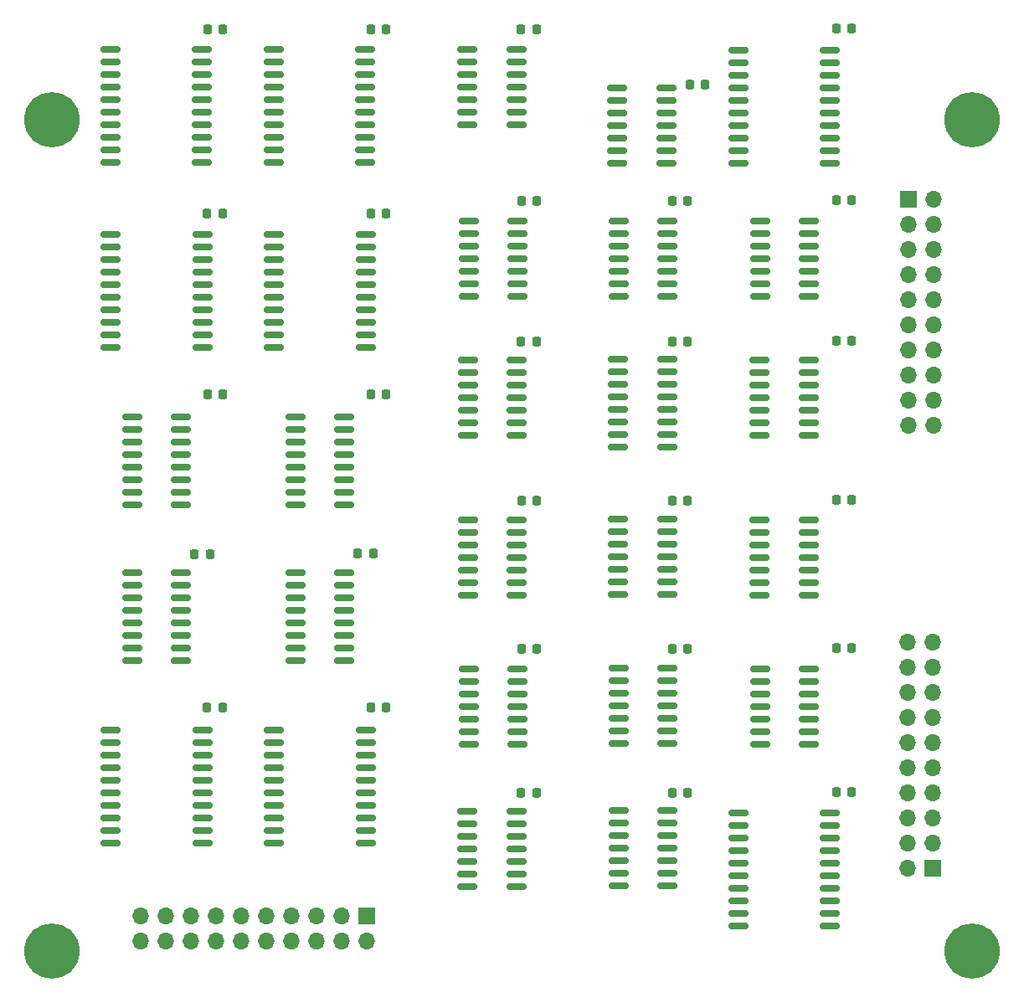
<source format=gbr>
G04 #@! TF.GenerationSoftware,KiCad,Pcbnew,(6.0.5)*
G04 #@! TF.CreationDate,2022-08-31T18:01:14+02:00*
G04 #@! TF.ProjectId,B1,42312e6b-6963-4616-945f-706362585858,rev?*
G04 #@! TF.SameCoordinates,Original*
G04 #@! TF.FileFunction,Soldermask,Top*
G04 #@! TF.FilePolarity,Negative*
%FSLAX46Y46*%
G04 Gerber Fmt 4.6, Leading zero omitted, Abs format (unit mm)*
G04 Created by KiCad (PCBNEW (6.0.5)) date 2022-08-31 18:01:14*
%MOMM*%
%LPD*%
G01*
G04 APERTURE LIST*
G04 Aperture macros list*
%AMRoundRect*
0 Rectangle with rounded corners*
0 $1 Rounding radius*
0 $2 $3 $4 $5 $6 $7 $8 $9 X,Y pos of 4 corners*
0 Add a 4 corners polygon primitive as box body*
4,1,4,$2,$3,$4,$5,$6,$7,$8,$9,$2,$3,0*
0 Add four circle primitives for the rounded corners*
1,1,$1+$1,$2,$3*
1,1,$1+$1,$4,$5*
1,1,$1+$1,$6,$7*
1,1,$1+$1,$8,$9*
0 Add four rect primitives between the rounded corners*
20,1,$1+$1,$2,$3,$4,$5,0*
20,1,$1+$1,$4,$5,$6,$7,0*
20,1,$1+$1,$6,$7,$8,$9,0*
20,1,$1+$1,$8,$9,$2,$3,0*%
G04 Aperture macros list end*
%ADD10RoundRect,0.225000X-0.225000X-0.250000X0.225000X-0.250000X0.225000X0.250000X-0.225000X0.250000X0*%
%ADD11RoundRect,0.150000X-0.825000X-0.150000X0.825000X-0.150000X0.825000X0.150000X-0.825000X0.150000X0*%
%ADD12RoundRect,0.150000X-0.875000X-0.150000X0.875000X-0.150000X0.875000X0.150000X-0.875000X0.150000X0*%
%ADD13C,5.600000*%
%ADD14R,1.700000X1.700000*%
%ADD15O,1.700000X1.700000*%
G04 APERTURE END LIST*
D10*
X150837600Y-79349600D03*
X152387600Y-79349600D03*
X135623000Y-66421000D03*
X137173000Y-66421000D03*
X182689200Y-124968000D03*
X184239200Y-124968000D03*
X150825200Y-47828200D03*
X152375200Y-47828200D03*
D11*
X160651420Y-81150600D03*
X160651420Y-82420600D03*
X160651420Y-83690600D03*
X160651420Y-84960600D03*
X160651420Y-86230600D03*
X160651420Y-87500600D03*
X160651420Y-88770600D03*
X160651420Y-90040600D03*
X165601420Y-90040600D03*
X165601420Y-88770600D03*
X165601420Y-87500600D03*
X165601420Y-86230600D03*
X165601420Y-84960600D03*
X165601420Y-83690600D03*
X165601420Y-82420600D03*
X165601420Y-81150600D03*
D10*
X135648400Y-47828200D03*
X137198400Y-47828200D03*
D11*
X111511411Y-87009200D03*
X111511411Y-88279200D03*
X111511411Y-89549200D03*
X111511411Y-90819200D03*
X111511411Y-92089200D03*
X111511411Y-93359200D03*
X111511411Y-94629200D03*
X111511411Y-95899200D03*
X116461411Y-95899200D03*
X116461411Y-94629200D03*
X116461411Y-93359200D03*
X116461411Y-92089200D03*
X116461411Y-90819200D03*
X116461411Y-89549200D03*
X116461411Y-88279200D03*
X116461411Y-87009200D03*
D10*
X166128400Y-110464600D03*
X167678400Y-110464600D03*
X135648400Y-84709000D03*
X137198400Y-84709000D03*
D12*
X125846411Y-68536700D03*
X125846411Y-69806700D03*
X125846411Y-71076700D03*
X125846411Y-72346700D03*
X125846411Y-73616700D03*
X125846411Y-74886700D03*
X125846411Y-76156700D03*
X125846411Y-77426700D03*
X125846411Y-78696700D03*
X125846411Y-79966700D03*
X135146411Y-79966700D03*
X135146411Y-78696700D03*
X135146411Y-77426700D03*
X135146411Y-76156700D03*
X135146411Y-74886700D03*
X135146411Y-73616700D03*
X135146411Y-72346700D03*
X135146411Y-71076700D03*
X135146411Y-69806700D03*
X135146411Y-68536700D03*
D10*
X119113000Y-47828200D03*
X120663000Y-47828200D03*
D11*
X175011411Y-112473074D03*
X175011411Y-113743074D03*
X175011411Y-115013074D03*
X175011411Y-116283074D03*
X175011411Y-117553074D03*
X175011411Y-118823074D03*
X175011411Y-120093074D03*
X179961411Y-120093074D03*
X179961411Y-118823074D03*
X179961411Y-117553074D03*
X179961411Y-116283074D03*
X179961411Y-115013074D03*
X179961411Y-113743074D03*
X179961411Y-112473074D03*
D13*
X196406802Y-56930538D03*
D12*
X172785611Y-49911000D03*
X172785611Y-51181000D03*
X172785611Y-52451000D03*
X172785611Y-53721000D03*
X172785611Y-54991000D03*
X172785611Y-56261000D03*
X172785611Y-57531000D03*
X172785611Y-58801000D03*
X172785611Y-60071000D03*
X172785611Y-61341000D03*
X182085611Y-61341000D03*
X182085611Y-60071000D03*
X182085611Y-58801000D03*
X182085611Y-57531000D03*
X182085611Y-56261000D03*
X182085611Y-54991000D03*
X182085611Y-53721000D03*
X182085611Y-52451000D03*
X182085611Y-51181000D03*
X182085611Y-49911000D03*
D10*
X182689200Y-110388400D03*
X184239200Y-110388400D03*
X119087600Y-116382800D03*
X120637600Y-116382800D03*
D13*
X103406802Y-56930538D03*
D10*
X150837600Y-125044200D03*
X152387600Y-125044200D03*
X135623000Y-116382800D03*
X137173000Y-116382800D03*
X119087600Y-66421000D03*
X120637600Y-66421000D03*
D11*
X128021411Y-87009200D03*
X128021411Y-88279200D03*
X128021411Y-89549200D03*
X128021411Y-90819200D03*
X128021411Y-92089200D03*
X128021411Y-93359200D03*
X128021411Y-94629200D03*
X128021411Y-95899200D03*
X132971411Y-95899200D03*
X132971411Y-94629200D03*
X132971411Y-93359200D03*
X132971411Y-92089200D03*
X132971411Y-90819200D03*
X132971411Y-89549200D03*
X132971411Y-88279200D03*
X132971411Y-87009200D03*
D10*
X182689200Y-79273400D03*
X184239200Y-79273400D03*
D13*
X196406802Y-141055538D03*
D12*
X125846411Y-118694200D03*
X125846411Y-119964200D03*
X125846411Y-121234200D03*
X125846411Y-122504200D03*
X125846411Y-123774200D03*
X125846411Y-125044200D03*
X125846411Y-126314200D03*
X125846411Y-127584200D03*
X125846411Y-128854200D03*
X125846411Y-130124200D03*
X135146411Y-130124200D03*
X135146411Y-128854200D03*
X135146411Y-127584200D03*
X135146411Y-126314200D03*
X135146411Y-125044200D03*
X135146411Y-123774200D03*
X135146411Y-122504200D03*
X135146411Y-121234200D03*
X135146411Y-119964200D03*
X135146411Y-118694200D03*
D11*
X160567600Y-53721000D03*
X160567600Y-54991000D03*
X160567600Y-56261000D03*
X160567600Y-57531000D03*
X160567600Y-58801000D03*
X160567600Y-60071000D03*
X160567600Y-61341000D03*
X165517600Y-61341000D03*
X165517600Y-60071000D03*
X165517600Y-58801000D03*
X165517600Y-57531000D03*
X165517600Y-56261000D03*
X165517600Y-54991000D03*
X165517600Y-53721000D03*
D14*
X190000000Y-65000000D03*
D15*
X192540000Y-65000000D03*
X190000000Y-67540000D03*
X192540000Y-67540000D03*
X190000000Y-70080000D03*
X192540000Y-70080000D03*
X190000000Y-72620000D03*
X192540000Y-72620000D03*
X190000000Y-75160000D03*
X192540000Y-75160000D03*
X190000000Y-77700000D03*
X192540000Y-77700000D03*
X190000000Y-80240000D03*
X192540000Y-80240000D03*
X190000000Y-82780000D03*
X192540000Y-82780000D03*
X190000000Y-85320000D03*
X192540000Y-85320000D03*
X190000000Y-87860000D03*
X192540000Y-87860000D03*
D10*
X134327600Y-100838000D03*
X135877600Y-100838000D03*
X167881000Y-53416200D03*
X169431000Y-53416200D03*
D11*
X175011411Y-67178179D03*
X175011411Y-68448179D03*
X175011411Y-69718179D03*
X175011411Y-70988179D03*
X175011411Y-72258179D03*
X175011411Y-73528179D03*
X175011411Y-74798179D03*
X179961411Y-74798179D03*
X179961411Y-73528179D03*
X179961411Y-72258179D03*
X179961411Y-70988179D03*
X179961411Y-69718179D03*
X179961411Y-68448179D03*
X179961411Y-67178179D03*
X174960611Y-97434400D03*
X174960611Y-98704400D03*
X174960611Y-99974400D03*
X174960611Y-101244400D03*
X174960611Y-102514400D03*
X174960611Y-103784400D03*
X174960611Y-105054400D03*
X179910611Y-105054400D03*
X179910611Y-103784400D03*
X179910611Y-102514400D03*
X179910611Y-101244400D03*
X179910611Y-99974400D03*
X179910611Y-98704400D03*
X179910611Y-97434400D03*
X145469581Y-81254600D03*
X145469581Y-82524600D03*
X145469581Y-83794600D03*
X145469581Y-85064600D03*
X145469581Y-86334600D03*
X145469581Y-87604600D03*
X145469581Y-88874600D03*
X150419581Y-88874600D03*
X150419581Y-87604600D03*
X150419581Y-86334600D03*
X150419581Y-85064600D03*
X150419581Y-83794600D03*
X150419581Y-82524600D03*
X150419581Y-81254600D03*
D10*
X150850600Y-95504000D03*
X152400600Y-95504000D03*
D11*
X160702220Y-67178179D03*
X160702220Y-68448179D03*
X160702220Y-69718179D03*
X160702220Y-70988179D03*
X160702220Y-72258179D03*
X160702220Y-73528179D03*
X160702220Y-74798179D03*
X165652220Y-74798179D03*
X165652220Y-73528179D03*
X165652220Y-72258179D03*
X165652220Y-70988179D03*
X165652220Y-69718179D03*
X165652220Y-68448179D03*
X165652220Y-67178179D03*
D14*
X192500000Y-132660000D03*
D15*
X189960000Y-132660000D03*
X192500000Y-130120000D03*
X189960000Y-130120000D03*
X192500000Y-127580000D03*
X189960000Y-127580000D03*
X192500000Y-125040000D03*
X189960000Y-125040000D03*
X192500000Y-122500000D03*
X189960000Y-122500000D03*
X192500000Y-119960000D03*
X189960000Y-119960000D03*
X192500000Y-117420000D03*
X189960000Y-117420000D03*
X192500000Y-114880000D03*
X189960000Y-114880000D03*
X192500000Y-112340000D03*
X189960000Y-112340000D03*
X192500000Y-109800000D03*
X189960000Y-109800000D03*
D13*
X103406802Y-141055538D03*
D10*
X182689200Y-95427800D03*
X184239200Y-95427800D03*
D11*
X160702220Y-126822200D03*
X160702220Y-128092200D03*
X160702220Y-129362200D03*
X160702220Y-130632200D03*
X160702220Y-131902200D03*
X160702220Y-133172200D03*
X160702220Y-134442200D03*
X165652220Y-134442200D03*
X165652220Y-133172200D03*
X165652220Y-131902200D03*
X165652220Y-130632200D03*
X165652220Y-129362200D03*
X165652220Y-128092200D03*
X165652220Y-126822200D03*
D10*
X166128400Y-125044200D03*
X167678400Y-125044200D03*
D11*
X145411161Y-49846000D03*
X145411161Y-51116000D03*
X145411161Y-52386000D03*
X145411161Y-53656000D03*
X145411161Y-54926000D03*
X145411161Y-56196000D03*
X145411161Y-57466000D03*
X150361161Y-57466000D03*
X150361161Y-56196000D03*
X150361161Y-54926000D03*
X150361161Y-53656000D03*
X150361161Y-52386000D03*
X150361161Y-51116000D03*
X150361161Y-49846000D03*
X174960611Y-81254600D03*
X174960611Y-82524600D03*
X174960611Y-83794600D03*
X174960611Y-85064600D03*
X174960611Y-86334600D03*
X174960611Y-87604600D03*
X174960611Y-88874600D03*
X179910611Y-88874600D03*
X179910611Y-87604600D03*
X179910611Y-86334600D03*
X179910611Y-85064600D03*
X179910611Y-83794600D03*
X179910611Y-82524600D03*
X179910611Y-81254600D03*
D12*
X172785611Y-127076200D03*
X172785611Y-128346200D03*
X172785611Y-129616200D03*
X172785611Y-130886200D03*
X172785611Y-132156200D03*
X172785611Y-133426200D03*
X172785611Y-134696200D03*
X172785611Y-135966200D03*
X172785611Y-137236200D03*
X172785611Y-138506200D03*
X182085611Y-138506200D03*
X182085611Y-137236200D03*
X182085611Y-135966200D03*
X182085611Y-134696200D03*
X182085611Y-133426200D03*
X182085611Y-132156200D03*
X182085611Y-130886200D03*
X182085611Y-129616200D03*
X182085611Y-128346200D03*
X182085611Y-127076200D03*
X109336411Y-118694200D03*
X109336411Y-119964200D03*
X109336411Y-121234200D03*
X109336411Y-122504200D03*
X109336411Y-123774200D03*
X109336411Y-125044200D03*
X109336411Y-126314200D03*
X109336411Y-127584200D03*
X109336411Y-128854200D03*
X109336411Y-130124200D03*
X118636411Y-130124200D03*
X118636411Y-128854200D03*
X118636411Y-127584200D03*
X118636411Y-126314200D03*
X118636411Y-125044200D03*
X118636411Y-123774200D03*
X118636411Y-122504200D03*
X118636411Y-121234200D03*
X118636411Y-119964200D03*
X118636411Y-118694200D03*
D10*
X117817600Y-100863400D03*
X119367600Y-100863400D03*
D11*
X160651420Y-97345400D03*
X160651420Y-98615400D03*
X160651420Y-99885400D03*
X160651420Y-101155400D03*
X160651420Y-102425400D03*
X160651420Y-103695400D03*
X160651420Y-104965400D03*
X165601420Y-104965400D03*
X165601420Y-103695400D03*
X165601420Y-102425400D03*
X165601420Y-101155400D03*
X165601420Y-99885400D03*
X165601420Y-98615400D03*
X165601420Y-97345400D03*
X145469581Y-97434400D03*
X145469581Y-98704400D03*
X145469581Y-99974400D03*
X145469581Y-101244400D03*
X145469581Y-102514400D03*
X145469581Y-103784400D03*
X145469581Y-105054400D03*
X150419581Y-105054400D03*
X150419581Y-103784400D03*
X150419581Y-102514400D03*
X150419581Y-101244400D03*
X150419581Y-99974400D03*
X150419581Y-98704400D03*
X150419581Y-97434400D03*
X111511411Y-102761700D03*
X111511411Y-104031700D03*
X111511411Y-105301700D03*
X111511411Y-106571700D03*
X111511411Y-107841700D03*
X111511411Y-109111700D03*
X111511411Y-110381700D03*
X111511411Y-111651700D03*
X116461411Y-111651700D03*
X116461411Y-110381700D03*
X116461411Y-109111700D03*
X116461411Y-107841700D03*
X116461411Y-106571700D03*
X116461411Y-105301700D03*
X116461411Y-104031700D03*
X116461411Y-102761700D03*
D10*
X166128400Y-79349600D03*
X167678400Y-79349600D03*
D11*
X145520381Y-112473074D03*
X145520381Y-113743074D03*
X145520381Y-115013074D03*
X145520381Y-116283074D03*
X145520381Y-117553074D03*
X145520381Y-118823074D03*
X145520381Y-120093074D03*
X150470381Y-120093074D03*
X150470381Y-118823074D03*
X150470381Y-117553074D03*
X150470381Y-116283074D03*
X150470381Y-115013074D03*
X150470381Y-113743074D03*
X150470381Y-112473074D03*
D12*
X125795611Y-49860200D03*
X125795611Y-51130200D03*
X125795611Y-52400200D03*
X125795611Y-53670200D03*
X125795611Y-54940200D03*
X125795611Y-56210200D03*
X125795611Y-57480200D03*
X125795611Y-58750200D03*
X125795611Y-60020200D03*
X125795611Y-61290200D03*
X135095611Y-61290200D03*
X135095611Y-60020200D03*
X135095611Y-58750200D03*
X135095611Y-57480200D03*
X135095611Y-56210200D03*
X135095611Y-54940200D03*
X135095611Y-53670200D03*
X135095611Y-52400200D03*
X135095611Y-51130200D03*
X135095611Y-49860200D03*
D14*
X135200000Y-137500000D03*
D15*
X135200000Y-140040000D03*
X132660000Y-137500000D03*
X132660000Y-140040000D03*
X130120000Y-137500000D03*
X130120000Y-140040000D03*
X127580000Y-137500000D03*
X127580000Y-140040000D03*
X125040000Y-137500000D03*
X125040000Y-140040000D03*
X122500000Y-137500000D03*
X122500000Y-140040000D03*
X119960000Y-137500000D03*
X119960000Y-140040000D03*
X117420000Y-137500000D03*
X117420000Y-140040000D03*
X114880000Y-137500000D03*
X114880000Y-140040000D03*
X112340000Y-137500000D03*
X112340000Y-140040000D03*
D11*
X160702220Y-112384074D03*
X160702220Y-113654074D03*
X160702220Y-114924074D03*
X160702220Y-116194074D03*
X160702220Y-117464074D03*
X160702220Y-118734074D03*
X160702220Y-120004074D03*
X165652220Y-120004074D03*
X165652220Y-118734074D03*
X165652220Y-117464074D03*
X165652220Y-116194074D03*
X165652220Y-114924074D03*
X165652220Y-113654074D03*
X165652220Y-112384074D03*
X145411161Y-126911200D03*
X145411161Y-128181200D03*
X145411161Y-129451200D03*
X145411161Y-130721200D03*
X145411161Y-131991200D03*
X145411161Y-133261200D03*
X145411161Y-134531200D03*
X150361161Y-134531200D03*
X150361161Y-133261200D03*
X150361161Y-131991200D03*
X150361161Y-130721200D03*
X150361161Y-129451200D03*
X150361161Y-128181200D03*
X150361161Y-126911200D03*
D10*
X119113000Y-84709000D03*
X120663000Y-84709000D03*
X182689200Y-65049400D03*
X184239200Y-65049400D03*
X182689200Y-47752000D03*
X184239200Y-47752000D03*
X166128400Y-65125600D03*
X167678400Y-65125600D03*
D12*
X109336411Y-68536700D03*
X109336411Y-69806700D03*
X109336411Y-71076700D03*
X109336411Y-72346700D03*
X109336411Y-73616700D03*
X109336411Y-74886700D03*
X109336411Y-76156700D03*
X109336411Y-77426700D03*
X109336411Y-78696700D03*
X109336411Y-79966700D03*
X118636411Y-79966700D03*
X118636411Y-78696700D03*
X118636411Y-77426700D03*
X118636411Y-76156700D03*
X118636411Y-74886700D03*
X118636411Y-73616700D03*
X118636411Y-72346700D03*
X118636411Y-71076700D03*
X118636411Y-69806700D03*
X118636411Y-68536700D03*
D11*
X145520381Y-67178179D03*
X145520381Y-68448179D03*
X145520381Y-69718179D03*
X145520381Y-70988179D03*
X145520381Y-72258179D03*
X145520381Y-73528179D03*
X145520381Y-74798179D03*
X150470381Y-74798179D03*
X150470381Y-73528179D03*
X150470381Y-72258179D03*
X150470381Y-70988179D03*
X150470381Y-69718179D03*
X150470381Y-68448179D03*
X150470381Y-67178179D03*
X128021411Y-102761700D03*
X128021411Y-104031700D03*
X128021411Y-105301700D03*
X128021411Y-106571700D03*
X128021411Y-107841700D03*
X128021411Y-109111700D03*
X128021411Y-110381700D03*
X128021411Y-111651700D03*
X132971411Y-111651700D03*
X132971411Y-110381700D03*
X132971411Y-109111700D03*
X132971411Y-107841700D03*
X132971411Y-106571700D03*
X132971411Y-105301700D03*
X132971411Y-104031700D03*
X132971411Y-102761700D03*
D10*
X150850600Y-65125600D03*
X152400600Y-65125600D03*
X166128400Y-95504000D03*
X167678400Y-95504000D03*
X150850600Y-110464600D03*
X152400600Y-110464600D03*
D12*
X109285611Y-49860200D03*
X109285611Y-51130200D03*
X109285611Y-52400200D03*
X109285611Y-53670200D03*
X109285611Y-54940200D03*
X109285611Y-56210200D03*
X109285611Y-57480200D03*
X109285611Y-58750200D03*
X109285611Y-60020200D03*
X109285611Y-61290200D03*
X118585611Y-61290200D03*
X118585611Y-60020200D03*
X118585611Y-58750200D03*
X118585611Y-57480200D03*
X118585611Y-56210200D03*
X118585611Y-54940200D03*
X118585611Y-53670200D03*
X118585611Y-52400200D03*
X118585611Y-51130200D03*
X118585611Y-49860200D03*
M02*

</source>
